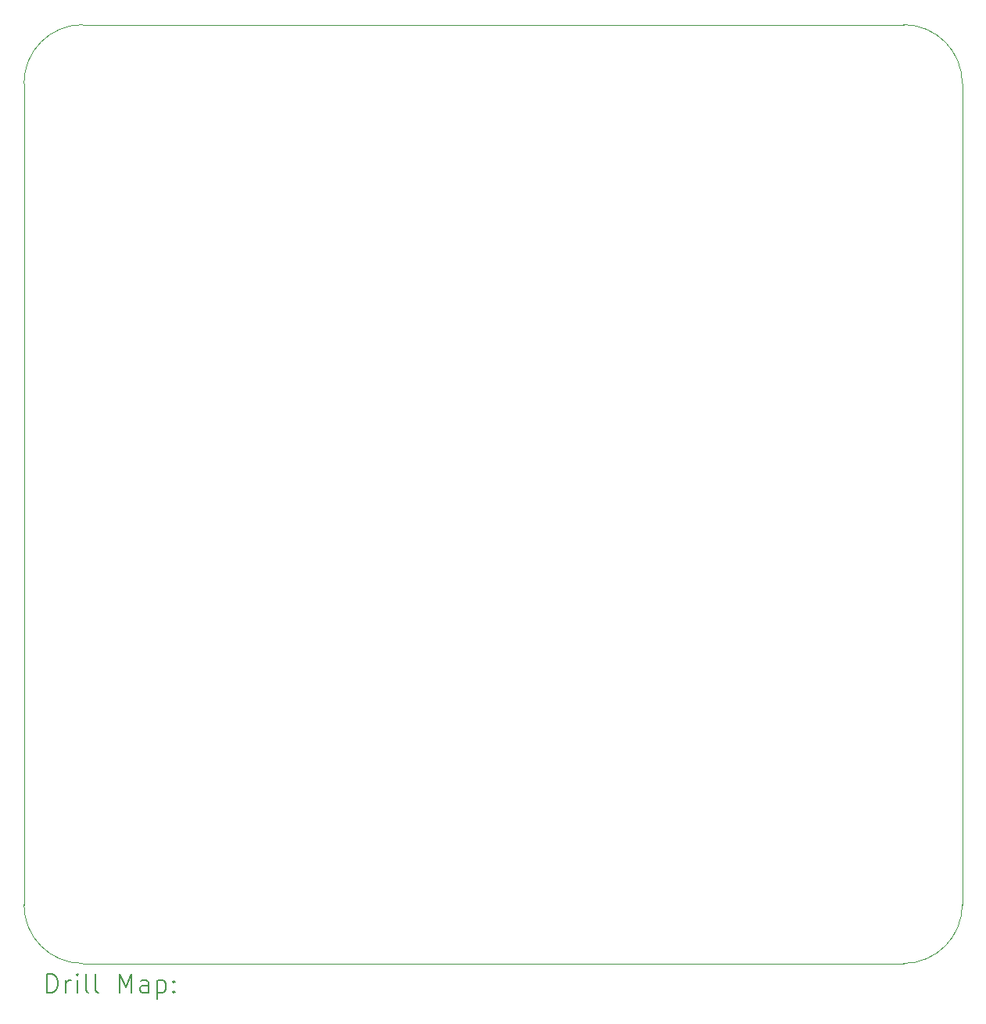
<source format=gbr>
%TF.GenerationSoftware,KiCad,Pcbnew,(6.0.9)*%
%TF.CreationDate,2025-06-18T12:34:04-04:00*%
%TF.ProjectId,Motherboard,4d6f7468-6572-4626-9f61-72642e6b6963,1*%
%TF.SameCoordinates,Original*%
%TF.FileFunction,Drillmap*%
%TF.FilePolarity,Positive*%
%FSLAX45Y45*%
G04 Gerber Fmt 4.5, Leading zero omitted, Abs format (unit mm)*
G04 Created by KiCad (PCBNEW (6.0.9)) date 2025-06-18 12:34:04*
%MOMM*%
%LPD*%
G01*
G04 APERTURE LIST*
%ADD10C,0.100000*%
%ADD11C,0.200000*%
G04 APERTURE END LIST*
D10*
X3556000Y-5461000D02*
X3556000Y-14351000D01*
X4191000Y-4826000D02*
G75*
G03*
X3556000Y-5461000I0J-635000D01*
G01*
X13081000Y-14986000D02*
G75*
G03*
X13716000Y-14351000I0J635000D01*
G01*
X13716000Y-5461000D02*
G75*
G03*
X13081000Y-4826000I-635000J0D01*
G01*
X13716000Y-14351000D02*
X13716000Y-5461000D01*
X4191000Y-14986000D02*
X13081000Y-14986000D01*
X3556000Y-14351000D02*
G75*
G03*
X4191000Y-14986000I635000J0D01*
G01*
X13081000Y-4826000D02*
X4191000Y-4826000D01*
D11*
X3808619Y-15301476D02*
X3808619Y-15101476D01*
X3856238Y-15101476D01*
X3884809Y-15111000D01*
X3903857Y-15130048D01*
X3913381Y-15149095D01*
X3922905Y-15187190D01*
X3922905Y-15215762D01*
X3913381Y-15253857D01*
X3903857Y-15272905D01*
X3884809Y-15291952D01*
X3856238Y-15301476D01*
X3808619Y-15301476D01*
X4008619Y-15301476D02*
X4008619Y-15168143D01*
X4008619Y-15206238D02*
X4018143Y-15187190D01*
X4027667Y-15177667D01*
X4046714Y-15168143D01*
X4065762Y-15168143D01*
X4132428Y-15301476D02*
X4132428Y-15168143D01*
X4132428Y-15101476D02*
X4122905Y-15111000D01*
X4132428Y-15120524D01*
X4141952Y-15111000D01*
X4132428Y-15101476D01*
X4132428Y-15120524D01*
X4256238Y-15301476D02*
X4237190Y-15291952D01*
X4227667Y-15272905D01*
X4227667Y-15101476D01*
X4361000Y-15301476D02*
X4341952Y-15291952D01*
X4332429Y-15272905D01*
X4332429Y-15101476D01*
X4589571Y-15301476D02*
X4589571Y-15101476D01*
X4656238Y-15244333D01*
X4722905Y-15101476D01*
X4722905Y-15301476D01*
X4903857Y-15301476D02*
X4903857Y-15196714D01*
X4894333Y-15177667D01*
X4875286Y-15168143D01*
X4837190Y-15168143D01*
X4818143Y-15177667D01*
X4903857Y-15291952D02*
X4884810Y-15301476D01*
X4837190Y-15301476D01*
X4818143Y-15291952D01*
X4808619Y-15272905D01*
X4808619Y-15253857D01*
X4818143Y-15234809D01*
X4837190Y-15225286D01*
X4884810Y-15225286D01*
X4903857Y-15215762D01*
X4999095Y-15168143D02*
X4999095Y-15368143D01*
X4999095Y-15177667D02*
X5018143Y-15168143D01*
X5056238Y-15168143D01*
X5075286Y-15177667D01*
X5084810Y-15187190D01*
X5094333Y-15206238D01*
X5094333Y-15263381D01*
X5084810Y-15282428D01*
X5075286Y-15291952D01*
X5056238Y-15301476D01*
X5018143Y-15301476D01*
X4999095Y-15291952D01*
X5180048Y-15282428D02*
X5189571Y-15291952D01*
X5180048Y-15301476D01*
X5170524Y-15291952D01*
X5180048Y-15282428D01*
X5180048Y-15301476D01*
X5180048Y-15177667D02*
X5189571Y-15187190D01*
X5180048Y-15196714D01*
X5170524Y-15187190D01*
X5180048Y-15177667D01*
X5180048Y-15196714D01*
M02*

</source>
